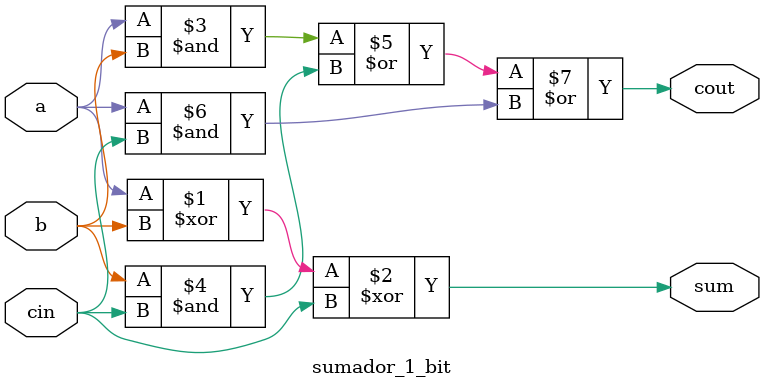
<source format=sv>
`timescale 1ns / 1ps


module sumador_1_bit(
    input logic a, //Primer bit de entrada
    input logic b, //Segundo bit de entrada
    input logic cin, //Carry de entrada
    output logic sum, //Bit de suma
    output logic cout //Carry de salida
);

    assign sum = a ^ b ^ cin; //Operación XOR para calcular el bit de suma
    assign cout = (a & b) | (b & cin) | (a & cin); //Operación OR para calcular el carry de salida

endmodule

</source>
